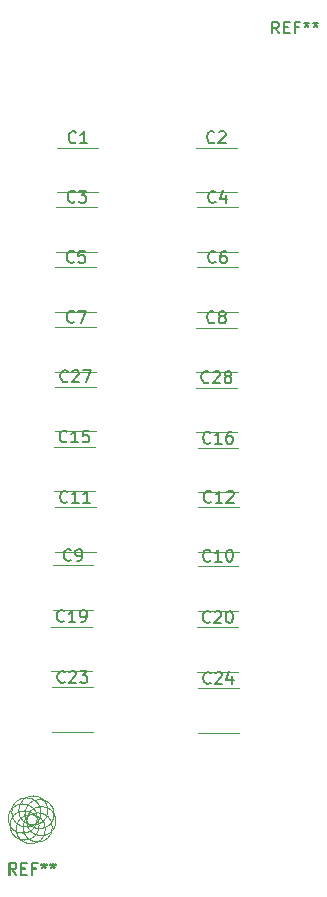
<source format=gto>
G04 #@! TF.GenerationSoftware,KiCad,Pcbnew,(5.0.2-5-10.14)*
G04 #@! TF.CreationDate,2019-05-06T20:34:37-02:30*
G04 #@! TF.ProjectId,bmsDropIn,626d7344-726f-4704-996e-2e6b69636164,rev?*
G04 #@! TF.SameCoordinates,Original*
G04 #@! TF.FileFunction,Legend,Top*
G04 #@! TF.FilePolarity,Positive*
%FSLAX46Y46*%
G04 Gerber Fmt 4.6, Leading zero omitted, Abs format (unit mm)*
G04 Created by KiCad (PCBNEW (5.0.2-5-10.14)) date Monday, May 06, 2019 at 08:34:37 pm*
%MOMM*%
%LPD*%
G01*
G04 APERTURE LIST*
%ADD10C,0.120000*%
%ADD11C,0.050000*%
%ADD12C,0.150000*%
G04 APERTURE END LIST*
D10*
G04 #@! TO.C,C1*
X121830000Y-32130000D02*
X125290000Y-32130000D01*
X121830000Y-35890000D02*
X125290000Y-35890000D01*
G04 #@! TO.C,C2*
X133550000Y-35880000D02*
X137010000Y-35880000D01*
X133550000Y-32120000D02*
X137010000Y-32120000D01*
G04 #@! TO.C,C3*
X121740000Y-37150000D02*
X125200000Y-37150000D01*
X121740000Y-40910000D02*
X125200000Y-40910000D01*
G04 #@! TO.C,C4*
X133650000Y-40930000D02*
X137110000Y-40930000D01*
X133650000Y-37170000D02*
X137110000Y-37170000D01*
G04 #@! TO.C,C5*
X121660000Y-42240000D02*
X125120000Y-42240000D01*
X121660000Y-46000000D02*
X125120000Y-46000000D01*
G04 #@! TO.C,C6*
X133650000Y-46020000D02*
X137110000Y-46020000D01*
X133650000Y-42260000D02*
X137110000Y-42260000D01*
G04 #@! TO.C,C7*
X121660000Y-47320000D02*
X125120000Y-47320000D01*
X121660000Y-51080000D02*
X125120000Y-51080000D01*
G04 #@! TO.C,C8*
X133550000Y-51120000D02*
X137010000Y-51120000D01*
X133550000Y-47360000D02*
X137010000Y-47360000D01*
G04 #@! TO.C,C9*
X121410000Y-67490000D02*
X124870000Y-67490000D01*
X121410000Y-71250000D02*
X124870000Y-71250000D01*
G04 #@! TO.C,C10*
X133690000Y-71310000D02*
X137150000Y-71310000D01*
X133690000Y-67550000D02*
X137150000Y-67550000D01*
G04 #@! TO.C,C11*
X121590000Y-62580000D02*
X125050000Y-62580000D01*
X121590000Y-66340000D02*
X125050000Y-66340000D01*
G04 #@! TO.C,C12*
X133760000Y-66320000D02*
X137220000Y-66320000D01*
X133760000Y-62560000D02*
X137220000Y-62560000D01*
G04 #@! TO.C,C15*
X121540000Y-57450000D02*
X125000000Y-57450000D01*
X121540000Y-61210000D02*
X125000000Y-61210000D01*
G04 #@! TO.C,C16*
X133690000Y-61310000D02*
X137150000Y-61310000D01*
X133690000Y-57550000D02*
X137150000Y-57550000D01*
G04 #@! TO.C,C19*
X121310000Y-72660000D02*
X124770000Y-72660000D01*
X121310000Y-76420000D02*
X124770000Y-76420000D01*
G04 #@! TO.C,C20*
X133670000Y-76490000D02*
X137130000Y-76490000D01*
X133670000Y-72730000D02*
X137130000Y-72730000D01*
G04 #@! TO.C,C23*
X121360000Y-77810000D02*
X124820000Y-77810000D01*
X121360000Y-81570000D02*
X124820000Y-81570000D01*
G04 #@! TO.C,C24*
X133710000Y-81660000D02*
X137170000Y-81660000D01*
X133710000Y-77900000D02*
X137170000Y-77900000D01*
G04 #@! TO.C,C27*
X121610000Y-52350000D02*
X125070000Y-52350000D01*
X121610000Y-56110000D02*
X125070000Y-56110000D01*
G04 #@! TO.C,C28*
X133550000Y-56200000D02*
X137010000Y-56200000D01*
X133550000Y-52440000D02*
X137010000Y-52440000D01*
D11*
G04 #@! TO.C,REF\002A\002A*
X120113424Y-88921497D02*
G75*
G03X120113424Y-88921497I-1232947J0D01*
G01*
X120421393Y-88395000D02*
G75*
G03X120421393Y-88395000I-1232947J0D01*
G01*
X121011450Y-88240477D02*
G75*
G03X121011450Y-88240477I-1232947J0D01*
G01*
X121537947Y-88548446D02*
G75*
G03X121537947Y-88548446I-1232947J0D01*
G01*
X121692470Y-89138503D02*
G75*
G03X121692470Y-89138503I-1232947J0D01*
G01*
X121384501Y-89665000D02*
G75*
G03X121384501Y-89665000I-1232947J0D01*
G01*
X120794444Y-89819523D02*
G75*
G03X120794444Y-89819523I-1232947J0D01*
G01*
X120267947Y-89511554D02*
G75*
G03X120267947Y-89511554I-1232947J0D01*
G01*
X120123424Y-88911497D02*
G75*
G03X120123424Y-88911497I-1232947J0D01*
G01*
X120431393Y-88385000D02*
G75*
G03X120431393Y-88385000I-1232947J0D01*
G01*
X121021450Y-88230477D02*
G75*
G03X121021450Y-88230477I-1232947J0D01*
G01*
X121547947Y-88538446D02*
G75*
G03X121547947Y-88538446I-1232947J0D01*
G01*
X121702470Y-89128503D02*
G75*
G03X121702470Y-89128503I-1232947J0D01*
G01*
X121394501Y-89655000D02*
G75*
G03X121394501Y-89655000I-1232947J0D01*
G01*
X120804444Y-89809523D02*
G75*
G03X120804444Y-89809523I-1232947J0D01*
G01*
X120277947Y-89501554D02*
G75*
G03X120277947Y-89501554I-1232947J0D01*
G01*
G04 #@! TO.C,C1*
D12*
X123393333Y-31647142D02*
X123345714Y-31694761D01*
X123202857Y-31742380D01*
X123107619Y-31742380D01*
X122964761Y-31694761D01*
X122869523Y-31599523D01*
X122821904Y-31504285D01*
X122774285Y-31313809D01*
X122774285Y-31170952D01*
X122821904Y-30980476D01*
X122869523Y-30885238D01*
X122964761Y-30790000D01*
X123107619Y-30742380D01*
X123202857Y-30742380D01*
X123345714Y-30790000D01*
X123393333Y-30837619D01*
X124345714Y-31742380D02*
X123774285Y-31742380D01*
X124060000Y-31742380D02*
X124060000Y-30742380D01*
X123964761Y-30885238D01*
X123869523Y-30980476D01*
X123774285Y-31028095D01*
G04 #@! TO.C,C2*
X135113333Y-31637142D02*
X135065714Y-31684761D01*
X134922857Y-31732380D01*
X134827619Y-31732380D01*
X134684761Y-31684761D01*
X134589523Y-31589523D01*
X134541904Y-31494285D01*
X134494285Y-31303809D01*
X134494285Y-31160952D01*
X134541904Y-30970476D01*
X134589523Y-30875238D01*
X134684761Y-30780000D01*
X134827619Y-30732380D01*
X134922857Y-30732380D01*
X135065714Y-30780000D01*
X135113333Y-30827619D01*
X135494285Y-30827619D02*
X135541904Y-30780000D01*
X135637142Y-30732380D01*
X135875238Y-30732380D01*
X135970476Y-30780000D01*
X136018095Y-30827619D01*
X136065714Y-30922857D01*
X136065714Y-31018095D01*
X136018095Y-31160952D01*
X135446666Y-31732380D01*
X136065714Y-31732380D01*
G04 #@! TO.C,C3*
X123303333Y-36667142D02*
X123255714Y-36714761D01*
X123112857Y-36762380D01*
X123017619Y-36762380D01*
X122874761Y-36714761D01*
X122779523Y-36619523D01*
X122731904Y-36524285D01*
X122684285Y-36333809D01*
X122684285Y-36190952D01*
X122731904Y-36000476D01*
X122779523Y-35905238D01*
X122874761Y-35810000D01*
X123017619Y-35762380D01*
X123112857Y-35762380D01*
X123255714Y-35810000D01*
X123303333Y-35857619D01*
X123636666Y-35762380D02*
X124255714Y-35762380D01*
X123922380Y-36143333D01*
X124065238Y-36143333D01*
X124160476Y-36190952D01*
X124208095Y-36238571D01*
X124255714Y-36333809D01*
X124255714Y-36571904D01*
X124208095Y-36667142D01*
X124160476Y-36714761D01*
X124065238Y-36762380D01*
X123779523Y-36762380D01*
X123684285Y-36714761D01*
X123636666Y-36667142D01*
G04 #@! TO.C,C4*
X135213333Y-36687142D02*
X135165714Y-36734761D01*
X135022857Y-36782380D01*
X134927619Y-36782380D01*
X134784761Y-36734761D01*
X134689523Y-36639523D01*
X134641904Y-36544285D01*
X134594285Y-36353809D01*
X134594285Y-36210952D01*
X134641904Y-36020476D01*
X134689523Y-35925238D01*
X134784761Y-35830000D01*
X134927619Y-35782380D01*
X135022857Y-35782380D01*
X135165714Y-35830000D01*
X135213333Y-35877619D01*
X136070476Y-36115714D02*
X136070476Y-36782380D01*
X135832380Y-35734761D02*
X135594285Y-36449047D01*
X136213333Y-36449047D01*
G04 #@! TO.C,C5*
X123223333Y-41757142D02*
X123175714Y-41804761D01*
X123032857Y-41852380D01*
X122937619Y-41852380D01*
X122794761Y-41804761D01*
X122699523Y-41709523D01*
X122651904Y-41614285D01*
X122604285Y-41423809D01*
X122604285Y-41280952D01*
X122651904Y-41090476D01*
X122699523Y-40995238D01*
X122794761Y-40900000D01*
X122937619Y-40852380D01*
X123032857Y-40852380D01*
X123175714Y-40900000D01*
X123223333Y-40947619D01*
X124128095Y-40852380D02*
X123651904Y-40852380D01*
X123604285Y-41328571D01*
X123651904Y-41280952D01*
X123747142Y-41233333D01*
X123985238Y-41233333D01*
X124080476Y-41280952D01*
X124128095Y-41328571D01*
X124175714Y-41423809D01*
X124175714Y-41661904D01*
X124128095Y-41757142D01*
X124080476Y-41804761D01*
X123985238Y-41852380D01*
X123747142Y-41852380D01*
X123651904Y-41804761D01*
X123604285Y-41757142D01*
G04 #@! TO.C,C6*
X135213333Y-41777142D02*
X135165714Y-41824761D01*
X135022857Y-41872380D01*
X134927619Y-41872380D01*
X134784761Y-41824761D01*
X134689523Y-41729523D01*
X134641904Y-41634285D01*
X134594285Y-41443809D01*
X134594285Y-41300952D01*
X134641904Y-41110476D01*
X134689523Y-41015238D01*
X134784761Y-40920000D01*
X134927619Y-40872380D01*
X135022857Y-40872380D01*
X135165714Y-40920000D01*
X135213333Y-40967619D01*
X136070476Y-40872380D02*
X135880000Y-40872380D01*
X135784761Y-40920000D01*
X135737142Y-40967619D01*
X135641904Y-41110476D01*
X135594285Y-41300952D01*
X135594285Y-41681904D01*
X135641904Y-41777142D01*
X135689523Y-41824761D01*
X135784761Y-41872380D01*
X135975238Y-41872380D01*
X136070476Y-41824761D01*
X136118095Y-41777142D01*
X136165714Y-41681904D01*
X136165714Y-41443809D01*
X136118095Y-41348571D01*
X136070476Y-41300952D01*
X135975238Y-41253333D01*
X135784761Y-41253333D01*
X135689523Y-41300952D01*
X135641904Y-41348571D01*
X135594285Y-41443809D01*
G04 #@! TO.C,C7*
X123223333Y-46837142D02*
X123175714Y-46884761D01*
X123032857Y-46932380D01*
X122937619Y-46932380D01*
X122794761Y-46884761D01*
X122699523Y-46789523D01*
X122651904Y-46694285D01*
X122604285Y-46503809D01*
X122604285Y-46360952D01*
X122651904Y-46170476D01*
X122699523Y-46075238D01*
X122794761Y-45980000D01*
X122937619Y-45932380D01*
X123032857Y-45932380D01*
X123175714Y-45980000D01*
X123223333Y-46027619D01*
X123556666Y-45932380D02*
X124223333Y-45932380D01*
X123794761Y-46932380D01*
G04 #@! TO.C,C8*
X135113333Y-46877142D02*
X135065714Y-46924761D01*
X134922857Y-46972380D01*
X134827619Y-46972380D01*
X134684761Y-46924761D01*
X134589523Y-46829523D01*
X134541904Y-46734285D01*
X134494285Y-46543809D01*
X134494285Y-46400952D01*
X134541904Y-46210476D01*
X134589523Y-46115238D01*
X134684761Y-46020000D01*
X134827619Y-45972380D01*
X134922857Y-45972380D01*
X135065714Y-46020000D01*
X135113333Y-46067619D01*
X135684761Y-46400952D02*
X135589523Y-46353333D01*
X135541904Y-46305714D01*
X135494285Y-46210476D01*
X135494285Y-46162857D01*
X135541904Y-46067619D01*
X135589523Y-46020000D01*
X135684761Y-45972380D01*
X135875238Y-45972380D01*
X135970476Y-46020000D01*
X136018095Y-46067619D01*
X136065714Y-46162857D01*
X136065714Y-46210476D01*
X136018095Y-46305714D01*
X135970476Y-46353333D01*
X135875238Y-46400952D01*
X135684761Y-46400952D01*
X135589523Y-46448571D01*
X135541904Y-46496190D01*
X135494285Y-46591428D01*
X135494285Y-46781904D01*
X135541904Y-46877142D01*
X135589523Y-46924761D01*
X135684761Y-46972380D01*
X135875238Y-46972380D01*
X135970476Y-46924761D01*
X136018095Y-46877142D01*
X136065714Y-46781904D01*
X136065714Y-46591428D01*
X136018095Y-46496190D01*
X135970476Y-46448571D01*
X135875238Y-46400952D01*
G04 #@! TO.C,C9*
X122973333Y-67007142D02*
X122925714Y-67054761D01*
X122782857Y-67102380D01*
X122687619Y-67102380D01*
X122544761Y-67054761D01*
X122449523Y-66959523D01*
X122401904Y-66864285D01*
X122354285Y-66673809D01*
X122354285Y-66530952D01*
X122401904Y-66340476D01*
X122449523Y-66245238D01*
X122544761Y-66150000D01*
X122687619Y-66102380D01*
X122782857Y-66102380D01*
X122925714Y-66150000D01*
X122973333Y-66197619D01*
X123449523Y-67102380D02*
X123640000Y-67102380D01*
X123735238Y-67054761D01*
X123782857Y-67007142D01*
X123878095Y-66864285D01*
X123925714Y-66673809D01*
X123925714Y-66292857D01*
X123878095Y-66197619D01*
X123830476Y-66150000D01*
X123735238Y-66102380D01*
X123544761Y-66102380D01*
X123449523Y-66150000D01*
X123401904Y-66197619D01*
X123354285Y-66292857D01*
X123354285Y-66530952D01*
X123401904Y-66626190D01*
X123449523Y-66673809D01*
X123544761Y-66721428D01*
X123735238Y-66721428D01*
X123830476Y-66673809D01*
X123878095Y-66626190D01*
X123925714Y-66530952D01*
G04 #@! TO.C,C10*
X134777142Y-67067142D02*
X134729523Y-67114761D01*
X134586666Y-67162380D01*
X134491428Y-67162380D01*
X134348571Y-67114761D01*
X134253333Y-67019523D01*
X134205714Y-66924285D01*
X134158095Y-66733809D01*
X134158095Y-66590952D01*
X134205714Y-66400476D01*
X134253333Y-66305238D01*
X134348571Y-66210000D01*
X134491428Y-66162380D01*
X134586666Y-66162380D01*
X134729523Y-66210000D01*
X134777142Y-66257619D01*
X135729523Y-67162380D02*
X135158095Y-67162380D01*
X135443809Y-67162380D02*
X135443809Y-66162380D01*
X135348571Y-66305238D01*
X135253333Y-66400476D01*
X135158095Y-66448095D01*
X136348571Y-66162380D02*
X136443809Y-66162380D01*
X136539047Y-66210000D01*
X136586666Y-66257619D01*
X136634285Y-66352857D01*
X136681904Y-66543333D01*
X136681904Y-66781428D01*
X136634285Y-66971904D01*
X136586666Y-67067142D01*
X136539047Y-67114761D01*
X136443809Y-67162380D01*
X136348571Y-67162380D01*
X136253333Y-67114761D01*
X136205714Y-67067142D01*
X136158095Y-66971904D01*
X136110476Y-66781428D01*
X136110476Y-66543333D01*
X136158095Y-66352857D01*
X136205714Y-66257619D01*
X136253333Y-66210000D01*
X136348571Y-66162380D01*
G04 #@! TO.C,C11*
X122677142Y-62097142D02*
X122629523Y-62144761D01*
X122486666Y-62192380D01*
X122391428Y-62192380D01*
X122248571Y-62144761D01*
X122153333Y-62049523D01*
X122105714Y-61954285D01*
X122058095Y-61763809D01*
X122058095Y-61620952D01*
X122105714Y-61430476D01*
X122153333Y-61335238D01*
X122248571Y-61240000D01*
X122391428Y-61192380D01*
X122486666Y-61192380D01*
X122629523Y-61240000D01*
X122677142Y-61287619D01*
X123629523Y-62192380D02*
X123058095Y-62192380D01*
X123343809Y-62192380D02*
X123343809Y-61192380D01*
X123248571Y-61335238D01*
X123153333Y-61430476D01*
X123058095Y-61478095D01*
X124581904Y-62192380D02*
X124010476Y-62192380D01*
X124296190Y-62192380D02*
X124296190Y-61192380D01*
X124200952Y-61335238D01*
X124105714Y-61430476D01*
X124010476Y-61478095D01*
G04 #@! TO.C,C12*
X134847142Y-62077142D02*
X134799523Y-62124761D01*
X134656666Y-62172380D01*
X134561428Y-62172380D01*
X134418571Y-62124761D01*
X134323333Y-62029523D01*
X134275714Y-61934285D01*
X134228095Y-61743809D01*
X134228095Y-61600952D01*
X134275714Y-61410476D01*
X134323333Y-61315238D01*
X134418571Y-61220000D01*
X134561428Y-61172380D01*
X134656666Y-61172380D01*
X134799523Y-61220000D01*
X134847142Y-61267619D01*
X135799523Y-62172380D02*
X135228095Y-62172380D01*
X135513809Y-62172380D02*
X135513809Y-61172380D01*
X135418571Y-61315238D01*
X135323333Y-61410476D01*
X135228095Y-61458095D01*
X136180476Y-61267619D02*
X136228095Y-61220000D01*
X136323333Y-61172380D01*
X136561428Y-61172380D01*
X136656666Y-61220000D01*
X136704285Y-61267619D01*
X136751904Y-61362857D01*
X136751904Y-61458095D01*
X136704285Y-61600952D01*
X136132857Y-62172380D01*
X136751904Y-62172380D01*
G04 #@! TO.C,C15*
X122627142Y-56967142D02*
X122579523Y-57014761D01*
X122436666Y-57062380D01*
X122341428Y-57062380D01*
X122198571Y-57014761D01*
X122103333Y-56919523D01*
X122055714Y-56824285D01*
X122008095Y-56633809D01*
X122008095Y-56490952D01*
X122055714Y-56300476D01*
X122103333Y-56205238D01*
X122198571Y-56110000D01*
X122341428Y-56062380D01*
X122436666Y-56062380D01*
X122579523Y-56110000D01*
X122627142Y-56157619D01*
X123579523Y-57062380D02*
X123008095Y-57062380D01*
X123293809Y-57062380D02*
X123293809Y-56062380D01*
X123198571Y-56205238D01*
X123103333Y-56300476D01*
X123008095Y-56348095D01*
X124484285Y-56062380D02*
X124008095Y-56062380D01*
X123960476Y-56538571D01*
X124008095Y-56490952D01*
X124103333Y-56443333D01*
X124341428Y-56443333D01*
X124436666Y-56490952D01*
X124484285Y-56538571D01*
X124531904Y-56633809D01*
X124531904Y-56871904D01*
X124484285Y-56967142D01*
X124436666Y-57014761D01*
X124341428Y-57062380D01*
X124103333Y-57062380D01*
X124008095Y-57014761D01*
X123960476Y-56967142D01*
G04 #@! TO.C,C16*
X134777142Y-57067142D02*
X134729523Y-57114761D01*
X134586666Y-57162380D01*
X134491428Y-57162380D01*
X134348571Y-57114761D01*
X134253333Y-57019523D01*
X134205714Y-56924285D01*
X134158095Y-56733809D01*
X134158095Y-56590952D01*
X134205714Y-56400476D01*
X134253333Y-56305238D01*
X134348571Y-56210000D01*
X134491428Y-56162380D01*
X134586666Y-56162380D01*
X134729523Y-56210000D01*
X134777142Y-56257619D01*
X135729523Y-57162380D02*
X135158095Y-57162380D01*
X135443809Y-57162380D02*
X135443809Y-56162380D01*
X135348571Y-56305238D01*
X135253333Y-56400476D01*
X135158095Y-56448095D01*
X136586666Y-56162380D02*
X136396190Y-56162380D01*
X136300952Y-56210000D01*
X136253333Y-56257619D01*
X136158095Y-56400476D01*
X136110476Y-56590952D01*
X136110476Y-56971904D01*
X136158095Y-57067142D01*
X136205714Y-57114761D01*
X136300952Y-57162380D01*
X136491428Y-57162380D01*
X136586666Y-57114761D01*
X136634285Y-57067142D01*
X136681904Y-56971904D01*
X136681904Y-56733809D01*
X136634285Y-56638571D01*
X136586666Y-56590952D01*
X136491428Y-56543333D01*
X136300952Y-56543333D01*
X136205714Y-56590952D01*
X136158095Y-56638571D01*
X136110476Y-56733809D01*
G04 #@! TO.C,C19*
X122397142Y-72177142D02*
X122349523Y-72224761D01*
X122206666Y-72272380D01*
X122111428Y-72272380D01*
X121968571Y-72224761D01*
X121873333Y-72129523D01*
X121825714Y-72034285D01*
X121778095Y-71843809D01*
X121778095Y-71700952D01*
X121825714Y-71510476D01*
X121873333Y-71415238D01*
X121968571Y-71320000D01*
X122111428Y-71272380D01*
X122206666Y-71272380D01*
X122349523Y-71320000D01*
X122397142Y-71367619D01*
X123349523Y-72272380D02*
X122778095Y-72272380D01*
X123063809Y-72272380D02*
X123063809Y-71272380D01*
X122968571Y-71415238D01*
X122873333Y-71510476D01*
X122778095Y-71558095D01*
X123825714Y-72272380D02*
X124016190Y-72272380D01*
X124111428Y-72224761D01*
X124159047Y-72177142D01*
X124254285Y-72034285D01*
X124301904Y-71843809D01*
X124301904Y-71462857D01*
X124254285Y-71367619D01*
X124206666Y-71320000D01*
X124111428Y-71272380D01*
X123920952Y-71272380D01*
X123825714Y-71320000D01*
X123778095Y-71367619D01*
X123730476Y-71462857D01*
X123730476Y-71700952D01*
X123778095Y-71796190D01*
X123825714Y-71843809D01*
X123920952Y-71891428D01*
X124111428Y-71891428D01*
X124206666Y-71843809D01*
X124254285Y-71796190D01*
X124301904Y-71700952D01*
G04 #@! TO.C,C20*
X134757142Y-72247142D02*
X134709523Y-72294761D01*
X134566666Y-72342380D01*
X134471428Y-72342380D01*
X134328571Y-72294761D01*
X134233333Y-72199523D01*
X134185714Y-72104285D01*
X134138095Y-71913809D01*
X134138095Y-71770952D01*
X134185714Y-71580476D01*
X134233333Y-71485238D01*
X134328571Y-71390000D01*
X134471428Y-71342380D01*
X134566666Y-71342380D01*
X134709523Y-71390000D01*
X134757142Y-71437619D01*
X135138095Y-71437619D02*
X135185714Y-71390000D01*
X135280952Y-71342380D01*
X135519047Y-71342380D01*
X135614285Y-71390000D01*
X135661904Y-71437619D01*
X135709523Y-71532857D01*
X135709523Y-71628095D01*
X135661904Y-71770952D01*
X135090476Y-72342380D01*
X135709523Y-72342380D01*
X136328571Y-71342380D02*
X136423809Y-71342380D01*
X136519047Y-71390000D01*
X136566666Y-71437619D01*
X136614285Y-71532857D01*
X136661904Y-71723333D01*
X136661904Y-71961428D01*
X136614285Y-72151904D01*
X136566666Y-72247142D01*
X136519047Y-72294761D01*
X136423809Y-72342380D01*
X136328571Y-72342380D01*
X136233333Y-72294761D01*
X136185714Y-72247142D01*
X136138095Y-72151904D01*
X136090476Y-71961428D01*
X136090476Y-71723333D01*
X136138095Y-71532857D01*
X136185714Y-71437619D01*
X136233333Y-71390000D01*
X136328571Y-71342380D01*
G04 #@! TO.C,C23*
X122447142Y-77327142D02*
X122399523Y-77374761D01*
X122256666Y-77422380D01*
X122161428Y-77422380D01*
X122018571Y-77374761D01*
X121923333Y-77279523D01*
X121875714Y-77184285D01*
X121828095Y-76993809D01*
X121828095Y-76850952D01*
X121875714Y-76660476D01*
X121923333Y-76565238D01*
X122018571Y-76470000D01*
X122161428Y-76422380D01*
X122256666Y-76422380D01*
X122399523Y-76470000D01*
X122447142Y-76517619D01*
X122828095Y-76517619D02*
X122875714Y-76470000D01*
X122970952Y-76422380D01*
X123209047Y-76422380D01*
X123304285Y-76470000D01*
X123351904Y-76517619D01*
X123399523Y-76612857D01*
X123399523Y-76708095D01*
X123351904Y-76850952D01*
X122780476Y-77422380D01*
X123399523Y-77422380D01*
X123732857Y-76422380D02*
X124351904Y-76422380D01*
X124018571Y-76803333D01*
X124161428Y-76803333D01*
X124256666Y-76850952D01*
X124304285Y-76898571D01*
X124351904Y-76993809D01*
X124351904Y-77231904D01*
X124304285Y-77327142D01*
X124256666Y-77374761D01*
X124161428Y-77422380D01*
X123875714Y-77422380D01*
X123780476Y-77374761D01*
X123732857Y-77327142D01*
G04 #@! TO.C,C24*
X134797142Y-77417142D02*
X134749523Y-77464761D01*
X134606666Y-77512380D01*
X134511428Y-77512380D01*
X134368571Y-77464761D01*
X134273333Y-77369523D01*
X134225714Y-77274285D01*
X134178095Y-77083809D01*
X134178095Y-76940952D01*
X134225714Y-76750476D01*
X134273333Y-76655238D01*
X134368571Y-76560000D01*
X134511428Y-76512380D01*
X134606666Y-76512380D01*
X134749523Y-76560000D01*
X134797142Y-76607619D01*
X135178095Y-76607619D02*
X135225714Y-76560000D01*
X135320952Y-76512380D01*
X135559047Y-76512380D01*
X135654285Y-76560000D01*
X135701904Y-76607619D01*
X135749523Y-76702857D01*
X135749523Y-76798095D01*
X135701904Y-76940952D01*
X135130476Y-77512380D01*
X135749523Y-77512380D01*
X136606666Y-76845714D02*
X136606666Y-77512380D01*
X136368571Y-76464761D02*
X136130476Y-77179047D01*
X136749523Y-77179047D01*
G04 #@! TO.C,C27*
X122697142Y-51867142D02*
X122649523Y-51914761D01*
X122506666Y-51962380D01*
X122411428Y-51962380D01*
X122268571Y-51914761D01*
X122173333Y-51819523D01*
X122125714Y-51724285D01*
X122078095Y-51533809D01*
X122078095Y-51390952D01*
X122125714Y-51200476D01*
X122173333Y-51105238D01*
X122268571Y-51010000D01*
X122411428Y-50962380D01*
X122506666Y-50962380D01*
X122649523Y-51010000D01*
X122697142Y-51057619D01*
X123078095Y-51057619D02*
X123125714Y-51010000D01*
X123220952Y-50962380D01*
X123459047Y-50962380D01*
X123554285Y-51010000D01*
X123601904Y-51057619D01*
X123649523Y-51152857D01*
X123649523Y-51248095D01*
X123601904Y-51390952D01*
X123030476Y-51962380D01*
X123649523Y-51962380D01*
X123982857Y-50962380D02*
X124649523Y-50962380D01*
X124220952Y-51962380D01*
G04 #@! TO.C,C28*
X134637142Y-51957142D02*
X134589523Y-52004761D01*
X134446666Y-52052380D01*
X134351428Y-52052380D01*
X134208571Y-52004761D01*
X134113333Y-51909523D01*
X134065714Y-51814285D01*
X134018095Y-51623809D01*
X134018095Y-51480952D01*
X134065714Y-51290476D01*
X134113333Y-51195238D01*
X134208571Y-51100000D01*
X134351428Y-51052380D01*
X134446666Y-51052380D01*
X134589523Y-51100000D01*
X134637142Y-51147619D01*
X135018095Y-51147619D02*
X135065714Y-51100000D01*
X135160952Y-51052380D01*
X135399047Y-51052380D01*
X135494285Y-51100000D01*
X135541904Y-51147619D01*
X135589523Y-51242857D01*
X135589523Y-51338095D01*
X135541904Y-51480952D01*
X134970476Y-52052380D01*
X135589523Y-52052380D01*
X136160952Y-51480952D02*
X136065714Y-51433333D01*
X136018095Y-51385714D01*
X135970476Y-51290476D01*
X135970476Y-51242857D01*
X136018095Y-51147619D01*
X136065714Y-51100000D01*
X136160952Y-51052380D01*
X136351428Y-51052380D01*
X136446666Y-51100000D01*
X136494285Y-51147619D01*
X136541904Y-51242857D01*
X136541904Y-51290476D01*
X136494285Y-51385714D01*
X136446666Y-51433333D01*
X136351428Y-51480952D01*
X136160952Y-51480952D01*
X136065714Y-51528571D01*
X136018095Y-51576190D01*
X135970476Y-51671428D01*
X135970476Y-51861904D01*
X136018095Y-51957142D01*
X136065714Y-52004761D01*
X136160952Y-52052380D01*
X136351428Y-52052380D01*
X136446666Y-52004761D01*
X136494285Y-51957142D01*
X136541904Y-51861904D01*
X136541904Y-51671428D01*
X136494285Y-51576190D01*
X136446666Y-51528571D01*
X136351428Y-51480952D01*
G04 #@! TO.C,*
G04 #@! TO.C,REF\002A\002A*
X140586666Y-22442380D02*
X140253333Y-21966190D01*
X140015238Y-22442380D02*
X140015238Y-21442380D01*
X140396190Y-21442380D01*
X140491428Y-21490000D01*
X140539047Y-21537619D01*
X140586666Y-21632857D01*
X140586666Y-21775714D01*
X140539047Y-21870952D01*
X140491428Y-21918571D01*
X140396190Y-21966190D01*
X140015238Y-21966190D01*
X141015238Y-21918571D02*
X141348571Y-21918571D01*
X141491428Y-22442380D02*
X141015238Y-22442380D01*
X141015238Y-21442380D01*
X141491428Y-21442380D01*
X142253333Y-21918571D02*
X141920000Y-21918571D01*
X141920000Y-22442380D02*
X141920000Y-21442380D01*
X142396190Y-21442380D01*
X142920000Y-21442380D02*
X142920000Y-21680476D01*
X142681904Y-21585238D02*
X142920000Y-21680476D01*
X143158095Y-21585238D01*
X142777142Y-21870952D02*
X142920000Y-21680476D01*
X143062857Y-21870952D01*
X143681904Y-21442380D02*
X143681904Y-21680476D01*
X143443809Y-21585238D02*
X143681904Y-21680476D01*
X143920000Y-21585238D01*
X143539047Y-21870952D02*
X143681904Y-21680476D01*
X143824761Y-21870952D01*
X118336666Y-93673380D02*
X118003333Y-93197190D01*
X117765238Y-93673380D02*
X117765238Y-92673380D01*
X118146190Y-92673380D01*
X118241428Y-92721000D01*
X118289047Y-92768619D01*
X118336666Y-92863857D01*
X118336666Y-93006714D01*
X118289047Y-93101952D01*
X118241428Y-93149571D01*
X118146190Y-93197190D01*
X117765238Y-93197190D01*
X118765238Y-93149571D02*
X119098571Y-93149571D01*
X119241428Y-93673380D02*
X118765238Y-93673380D01*
X118765238Y-92673380D01*
X119241428Y-92673380D01*
X120003333Y-93149571D02*
X119670000Y-93149571D01*
X119670000Y-93673380D02*
X119670000Y-92673380D01*
X120146190Y-92673380D01*
X120670000Y-92673380D02*
X120670000Y-92911476D01*
X120431904Y-92816238D02*
X120670000Y-92911476D01*
X120908095Y-92816238D01*
X120527142Y-93101952D02*
X120670000Y-92911476D01*
X120812857Y-93101952D01*
X121431904Y-92673380D02*
X121431904Y-92911476D01*
X121193809Y-92816238D02*
X121431904Y-92911476D01*
X121670000Y-92816238D01*
X121289047Y-93101952D02*
X121431904Y-92911476D01*
X121574761Y-93101952D01*
X118346666Y-93663380D02*
X118013333Y-93187190D01*
X117775238Y-93663380D02*
X117775238Y-92663380D01*
X118156190Y-92663380D01*
X118251428Y-92711000D01*
X118299047Y-92758619D01*
X118346666Y-92853857D01*
X118346666Y-92996714D01*
X118299047Y-93091952D01*
X118251428Y-93139571D01*
X118156190Y-93187190D01*
X117775238Y-93187190D01*
X118775238Y-93139571D02*
X119108571Y-93139571D01*
X119251428Y-93663380D02*
X118775238Y-93663380D01*
X118775238Y-92663380D01*
X119251428Y-92663380D01*
X120013333Y-93139571D02*
X119680000Y-93139571D01*
X119680000Y-93663380D02*
X119680000Y-92663380D01*
X120156190Y-92663380D01*
X120680000Y-92663380D02*
X120680000Y-92901476D01*
X120441904Y-92806238D02*
X120680000Y-92901476D01*
X120918095Y-92806238D01*
X120537142Y-93091952D02*
X120680000Y-92901476D01*
X120822857Y-93091952D01*
X121441904Y-92663380D02*
X121441904Y-92901476D01*
X121203809Y-92806238D02*
X121441904Y-92901476D01*
X121680000Y-92806238D01*
X121299047Y-93091952D02*
X121441904Y-92901476D01*
X121584761Y-93091952D01*
G04 #@! TD*
M02*

</source>
